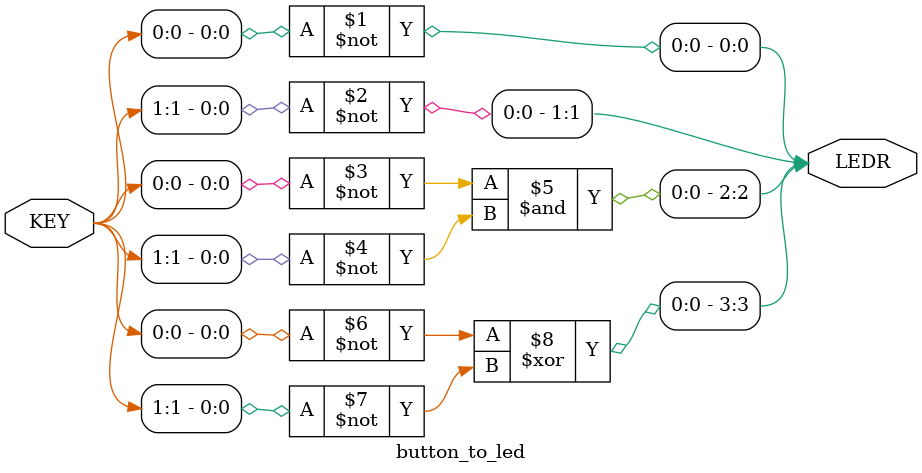
<source format=v>


module button_to_led(

	//////////// KEY //////////
	input 		     [1:0]		KEY,

	//////////// LED //////////
	output		     [9:0]		LEDR
);



//=======================================================
//  REG/WIRE declarations
//=======================================================




//=======================================================
//  Structural coding
//=======================================================
assign LEDR[0] = ~KEY[0];
assign LEDR[1] = ~KEY[1];
assign LEDR[2] = ~KEY[0] & ~KEY[1];
assign LEDR[3] = ~KEY[0] ^ ~KEY[1];

endmodule

</source>
